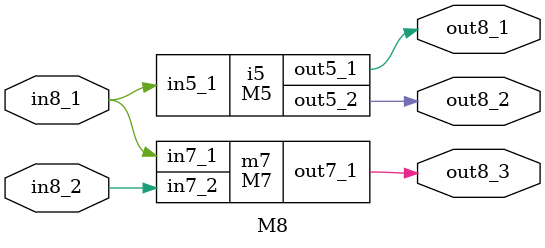
<source format=sv>
module M1 (input in1_1, output out1_1);
endmodule

module M2(input in2_1, in2_2, output out2_1);
endmodule

module M3 (input in3_1, in3_2, in3_3, output out3_1);
endmodule

module M4 (input in4_1, output out4_1, out4_2);
    M1 i1_1 (.in1_1(in4_1), .out1_1(out4_1));
    M1 i1_2 (.in1_1(in4_1), .out1_1(out4_2));
endmodule

module M5 (input in5_1, output out5_1, out5_2);
    wire w1, w2;
    M4 i4 (.in4_1(in5_1), .out4_1(out5_2), .out4_2(w1));
    M1 i1 (.in1_1(w1), .out1_1(out5_1));
endmodule

module M6 (input in6_1, in6_2, output out6_1);
    wire w1;
    M2 i2_1 (.in2_1(in6_1), .in2_2(in6_2), .out2_1(w1));
    M2 i2_2 (.in2_1(in6_1), .in2_2(w1), .out2_1(out6_1));
endmodule

module M7 (input in7_1, in7_2, output out7_1);
    M6 i6 (.in6_1(in7_1), .in6_2(in7_2), .out6_1(w1));
    M1 i1 (.in1_1(in7_2), .out1_1(w2));
    M3 i3 (.in3_1(w1), .in3_2(in7_2), .in3_3(w2), .out3_1(out7_1));
endmodule

module M8 (input in8_1, in8_2, output out8_1, out8_2, out8_3);
    M5 i5 (.in5_1(in8_1), .out5_1(out8_1), .out5_2(out8_2));
    M7 m7 (.in7_1(in8_1), .in7_2(in8_2), .out7_1(out8_3));
endmodule
</source>
